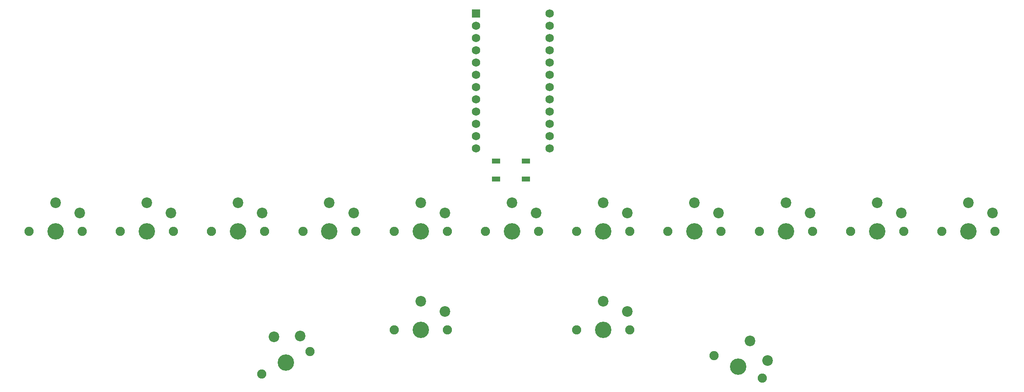
<source format=gbr>
%TF.GenerationSoftware,KiCad,Pcbnew,(5.1.8-0-10_14)*%
%TF.CreationDate,2020-12-22T21:08:17+00:00*%
%TF.ProjectId,sudokillall,7375646f-6b69-46c6-9c61-6c6c2e6b6963,rev?*%
%TF.SameCoordinates,Original*%
%TF.FileFunction,Soldermask,Top*%
%TF.FilePolarity,Negative*%
%FSLAX46Y46*%
G04 Gerber Fmt 4.6, Leading zero omitted, Abs format (unit mm)*
G04 Created by KiCad (PCBNEW (5.1.8-0-10_14)) date 2020-12-22 21:08:17*
%MOMM*%
%LPD*%
G01*
G04 APERTURE LIST*
%ADD10C,1.752600*%
%ADD11R,1.752600X1.752600*%
%ADD12R,1.800000X1.100000*%
%ADD13C,2.200000*%
%ADD14C,1.900000*%
%ADD15C,3.400000*%
G04 APERTURE END LIST*
D10*
%TO.C,U1*%
X171620000Y6046000D03*
X171620000Y3506000D03*
X171620000Y966000D03*
X171620000Y-1574000D03*
X171620000Y-4114000D03*
X171620000Y-6654000D03*
X171620000Y-9194000D03*
X171620000Y-11734000D03*
X171620000Y-14274000D03*
X171620000Y-16814000D03*
X171620000Y-19354000D03*
X171620000Y-21894000D03*
X156380000Y-21894000D03*
X156380000Y-19354000D03*
X156380000Y-16814000D03*
X156380000Y-14274000D03*
X156380000Y-11734000D03*
X156380000Y-9194000D03*
X156380000Y-6654000D03*
X156380000Y-4114000D03*
X156380000Y-1574000D03*
X156380000Y966000D03*
X156380000Y3506000D03*
D11*
X156380000Y6046000D03*
%TD*%
D12*
%TO.C,SW1*%
X166700000Y-28250000D03*
X160500000Y-28250000D03*
X166700000Y-24550000D03*
X160500000Y-24550000D03*
%TD*%
D13*
%TO.C,K4*%
X131000000Y-35300000D03*
X126000000Y-33200000D03*
D14*
X131500000Y-39100000D03*
X120500000Y-39100000D03*
D15*
X126000000Y-39100000D03*
%TD*%
D13*
%TO.C,K11*%
X263300000Y-35300000D03*
X258300000Y-33200000D03*
D14*
X263800000Y-39100000D03*
X252800000Y-39100000D03*
D15*
X258300000Y-39100000D03*
%TD*%
D13*
%TO.C,K10*%
X244400000Y-35300000D03*
X239400000Y-33200000D03*
D14*
X244900000Y-39100000D03*
X233900000Y-39100000D03*
D15*
X239400000Y-39100000D03*
%TD*%
D13*
%TO.C,K9*%
X225500000Y-35300000D03*
X220500000Y-33200000D03*
D14*
X226000000Y-39100000D03*
X215000000Y-39100000D03*
D15*
X220500000Y-39100000D03*
%TD*%
D13*
%TO.C,K8*%
X206600000Y-35300000D03*
X201600000Y-33200000D03*
D14*
X207100000Y-39100000D03*
X196100000Y-39100000D03*
D15*
X201600000Y-39100000D03*
%TD*%
D13*
%TO.C,K15*%
X149900000Y-55700000D03*
X144900000Y-53600000D03*
D14*
X150400000Y-59500000D03*
X139400000Y-59500000D03*
D15*
X144900000Y-59500000D03*
%TD*%
D13*
%TO.C,K7*%
X187700000Y-35300000D03*
X182700000Y-33200000D03*
D14*
X188200000Y-39100000D03*
X177200000Y-39100000D03*
D15*
X182700000Y-39100000D03*
%TD*%
D13*
%TO.C,K14*%
X187700000Y-55700000D03*
X182700000Y-53600000D03*
D14*
X188200000Y-59500000D03*
X177200000Y-59500000D03*
D15*
X182700000Y-59500000D03*
%TD*%
D13*
%TO.C,K6*%
X168800000Y-35300000D03*
X163800000Y-33200000D03*
D14*
X169300000Y-39100000D03*
X158300000Y-39100000D03*
D15*
X163800000Y-39100000D03*
%TD*%
D13*
%TO.C,K13*%
X216737488Y-65819122D03*
X213093448Y-61802784D03*
D14*
X215584693Y-69474400D03*
X205615307Y-64825600D03*
D15*
X210600000Y-67150000D03*
%TD*%
D13*
%TO.C,K5*%
X149900000Y-35300000D03*
X144900000Y-33200000D03*
D14*
X150400000Y-39100000D03*
X139400000Y-39100000D03*
D15*
X144900000Y-39100000D03*
%TD*%
D13*
%TO.C,K12*%
X119925590Y-60742939D03*
X114506552Y-60952784D03*
D14*
X121984693Y-63975600D03*
X112015307Y-68624400D03*
D15*
X117000000Y-66300000D03*
%TD*%
D13*
%TO.C,K3*%
X112100000Y-35300000D03*
X107100000Y-33200000D03*
D14*
X112600000Y-39100000D03*
X101600000Y-39100000D03*
D15*
X107100000Y-39100000D03*
%TD*%
D13*
%TO.C,K2*%
X93200000Y-35300000D03*
X88200000Y-33200000D03*
D14*
X93700000Y-39100000D03*
X82700000Y-39100000D03*
D15*
X88200000Y-39100000D03*
%TD*%
D13*
%TO.C,K1*%
X74300000Y-35300000D03*
X69300000Y-33200000D03*
D14*
X74800000Y-39100000D03*
X63800000Y-39100000D03*
D15*
X69300000Y-39100000D03*
%TD*%
M02*

</source>
